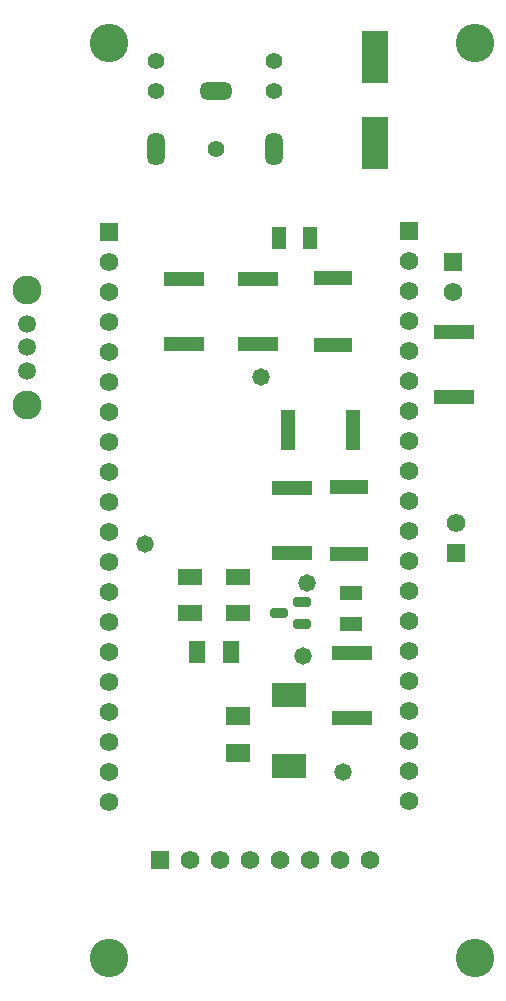
<source format=gts>
%FSTAX23Y23*%
%MOIN*%
%SFA1B1*%

%IPPOS*%
%AMD30*
4,1,8,-0.023100,-0.015600,0.023100,-0.015600,0.030000,-0.008700,0.030000,0.008700,0.023100,0.015600,-0.023100,0.015600,-0.030000,0.008700,-0.030000,-0.008700,-0.023100,-0.015600,0.0*
1,1,0.013800,-0.023100,-0.008700*
1,1,0.013800,0.023100,-0.008700*
1,1,0.013800,0.023100,0.008700*
1,1,0.013800,-0.023100,0.008700*
%
%ADD16R,0.132090X0.051350*%
%ADD18R,0.126310X0.045470*%
%ADD22R,0.118110X0.078740*%
%ADD24R,0.051350X0.132090*%
%ADD27R,0.051310X0.074930*%
%ADD28R,0.052490X0.077690*%
%ADD29R,0.074930X0.051310*%
G04~CAMADD=30~8~0.0~0.0~599.7~312.3~69.0~0.0~15~0.0~0.0~0.0~0.0~0~0.0~0.0~0.0~0.0~0~0.0~0.0~0.0~180.0~600.0~312.0*
%ADD30D30*%
%ADD31R,0.078870X0.059180*%
%ADD32R,0.090680X0.173350*%
%ADD33R,0.078870X0.057210*%
%ADD34C,0.055240*%
%ADD35O,0.059500X0.110990*%
%ADD36O,0.110990X0.059500*%
%ADD37C,0.059500*%
%ADD38C,0.096580*%
%ADD39C,0.061810*%
%ADD40R,0.061810X0.061810*%
%ADD41R,0.061810X0.061810*%
%ADD42C,0.128000*%
%ADD43C,0.058000*%
%LNpcb1-1*%
%LPD*%
G54D16*
X04965Y03106D03*
Y03323D03*
X04313Y03281D03*
Y03498D03*
X04625Y02036D03*
Y02253D03*
X04425Y02586D03*
Y02803D03*
X04065Y03498D03*
Y03281D03*
G54D18*
X0456Y03278D03*
Y03501D03*
X04615Y02583D03*
Y02806D03*
G54D22*
X04415Y02113D03*
Y01876D03*
G54D24*
X04411Y02995D03*
X04628D03*
G54D27*
X04383Y03635D03*
X04486D03*
G54D28*
X04221Y02255D03*
X04108D03*
G54D29*
X0462Y02348D03*
Y02451D03*
G54D30*
X04459Y02347D03*
Y02422D03*
X0438Y02385D03*
G54D31*
X04245Y01918D03*
Y02041D03*
G54D32*
X047Y0395D03*
Y04239D03*
G54D33*
X04245Y02384D03*
Y02505D03*
X04085Y02384D03*
Y02505D03*
G54D34*
X03973Y04126D03*
Y04225D03*
X0417Y0393D03*
X04366Y04126D03*
Y04225D03*
G54D35*
X04366Y0393D03*
X03973D03*
G54D36*
X0417Y04126D03*
G54D37*
X0354Y0327D03*
Y03191D03*
Y03348D03*
G54D38*
X0354Y03079D03*
Y0346D03*
G54D39*
X04685Y0156D03*
X04585D03*
X04485D03*
X04385D03*
X04285D03*
X04185D03*
X04085D03*
X03815Y03555D03*
Y03455D03*
Y03355D03*
Y03255D03*
Y03155D03*
Y03055D03*
Y02955D03*
Y02855D03*
Y02755D03*
Y02655D03*
Y02555D03*
Y02455D03*
Y02355D03*
Y02255D03*
Y02155D03*
Y02055D03*
Y01955D03*
Y01855D03*
Y01755D03*
X04815Y03557D03*
Y03457D03*
Y03357D03*
Y03257D03*
Y03157D03*
Y03057D03*
Y02957D03*
Y02857D03*
Y02757D03*
Y02657D03*
Y02557D03*
Y02457D03*
Y02357D03*
Y02257D03*
Y02157D03*
Y02057D03*
Y01957D03*
Y01857D03*
Y01757D03*
X0497Y02685D03*
X0496Y03455D03*
G54D40*
X03985Y0156D03*
G54D41*
X03815Y03655D03*
X04815Y03657D03*
X0497Y02585D03*
X0496Y03555D03*
G54D42*
X03815Y04285D03*
X05035D03*
Y01235D03*
X03815D03*
G54D43*
X04475Y02485D03*
X0446Y0224D03*
X04595Y01855D03*
X03935Y02615D03*
X0432Y0317D03*
M02*
</source>
